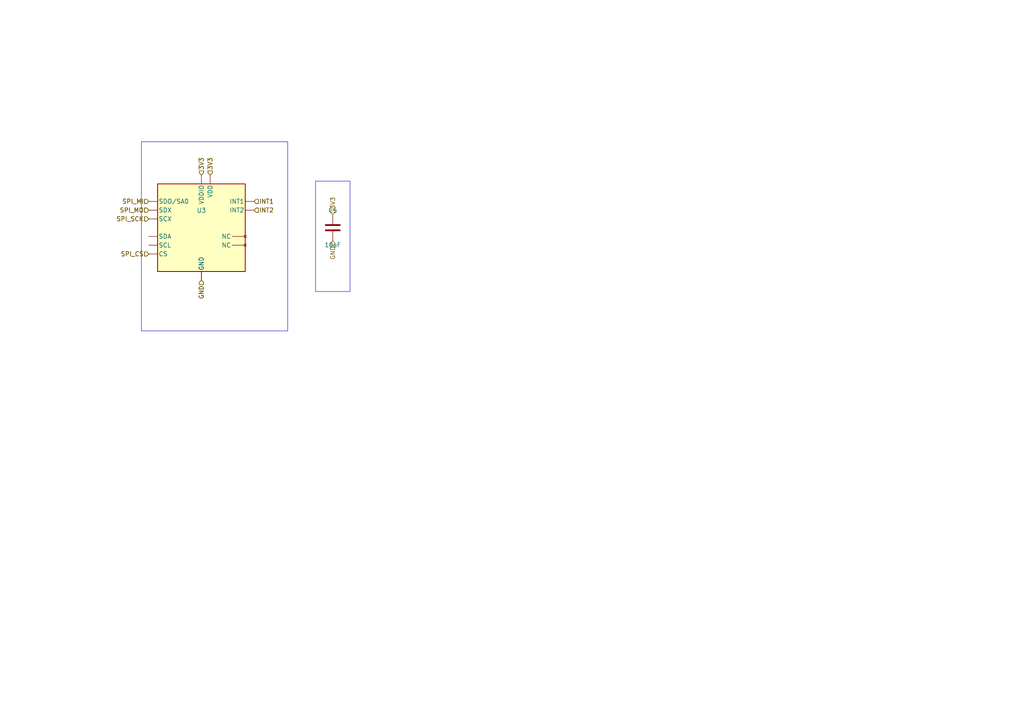
<source format=kicad_sch>
(kicad_sch (version 20250114) (generator "kicad_api") (generator_version 9.0)
  (paper A4)
  (paper A4)
  (lib_symbols
    (symbol "Device:C" (pin_numbers hide) (pin_names (offset 0.254))
      (property "Reference" "C" (at 0.0 0.0 0))
      (property "Value" "C" (at 0.0 0.0 0))
      (symbol "C_0_1"
        (polyline (pts (xy -2.032 0.762) (xy 2.032 0.762)) (stroke (width 0.508)))
        (polyline (pts (xy -2.032 -0.762) (xy 2.032 -0.762)) (stroke (width 0.508)))
      )
      (symbol "C_1_1"
        (pin passive line (at 0.0 3.81 270) (length 2.794) (name ~) (number "1"))
        (pin passive line (at 0.0 -3.81 90) (length 2.794) (name ~) (number "2"))
      )
    )
    (symbol "Sensor_Motion:LSM6DSL" (pin_numbers hide) (pin_names (offset 0.254))
      (property "Reference" "U" (at 0.0 0.0 0))
      (property "Value" "LSM6DSL" (at 0.0 0.0 0))
      (symbol "LSM6DSL_0_1"
        (rectangle (start -12.7 12.7) (end 12.7 -12.7) (stroke (width 0.254)) (fill (type background)))
      )
      (symbol "LSM6DSL_1_1"
        (pin bidirectional line (at -15.24 7.62 0) (length 2.54) (name "SDO/SA0") (number "1"))
        (pin bidirectional line (at -15.24 5.08 0) (length 2.54) (name SDX) (number "2"))
        (pin input line (at -15.24 2.54 0) (length 2.54) (name SCX) (number "3"))
        (pin bidirectional line (at -15.24 -2.54 0) (length 2.54) (name SDA) (number "14"))
        (pin input line (at -15.24 -5.08 0) (length 2.54) (name SCL) (number "13"))
        (pin input line (at -15.24 -7.62 0) (length 2.54) (name CS) (number "12"))
        (pin power_in line (at 0.0 15.24 270) (length 2.54) (name VDDIO) (number "5"))
        (pin power_in line (at 0.0 -15.24 90) (length 2.54) (name GND) (number "6"))
        (pin passive line (at 0.0 -15.24 90) (length 2.54) (name GND) (number "7"))
        (pin power_in line (at 2.54 15.24 270) (length 2.54) (name VDD) (number "8"))
        (pin no_connect line (at 12.7 -2.54 180) (length 3.81) (name NC) (number "11"))
        (pin no_connect line (at 12.7 -5.08 180) (length 3.81) (name NC) (number "10"))
        (pin output line (at 15.24 7.62 180) (length 2.54) (name INT1) (number "4"))
        (pin output line (at 15.24 5.08 180) (length 2.54) (name INT2) (number "9"))
      )
    )
  )
  (title_block (title IMU_Circuit) (date 2025-07-25) (company Circuit-Synth))
  (symbol (lib_id Sensor_Motion:LSM6DSL) (at 58.42 66.04 0)
    (property "Reference" "U3" (at 58.42 61.040000000000006 0))
    (property "Footprint" "Package_LGA:LGA-14_3x2.5mm_P0.5mm_LayoutBorder3x4y" (effects (hide yes)))
    (instances (project "circuit" (path "" (reference U3) (unit 1))) (project "example_kicad_project" (path "" (reference U3) (unit 1))))
  )
  (symbol (lib_id Device:C) (at 96.52 66.04 0)
    (property "Reference" "C5" (at 96.52 61.040000000000006 0))
    (property "Value" "10uF" (at 96.52 71.04 0))
    (property "Footprint" "Capacitor_SMD:C_0603_1608Metric" (effects (hide yes)))
    (instances (project "circuit" (path "" (reference C5) (unit 1))) (project "example_kicad_project" (path "" (reference C5) (unit 1))))
  )
  (hierarchical_label SPI_MI (shape input) (at 43.18 58.42000000000001 180))
  (hierarchical_label SPI_MI (shape input) (at 43.18 58.42000000000001 180))
  (hierarchical_label SPI_MO (shape input) (at 43.18 60.96000000000001 180))
  (hierarchical_label SPI_MO (shape input) (at 43.18 60.96000000000001 180))
  (hierarchical_label SPI_SCK (shape input) (at 43.18 63.50000000000001 180))
  (hierarchical_label SPI_SCK (shape input) (at 43.18 63.50000000000001 180))
  (hierarchical_label SPI_CS (shape input) (at 43.18 73.66000000000001 180))
  (hierarchical_label SPI_CS (shape input) (at 43.18 73.66000000000001 180))
  (hierarchical_label 3V3 (shape input) (at 58.42 50.800000000000004 90))
  (hierarchical_label 3V3 (shape input) (at 60.96 50.800000000000004 90))
  (hierarchical_label 3V3 (shape input) (at 58.42 50.800000000000004 90))
  (hierarchical_label 3V3 (shape input) (at 60.96 50.800000000000004 90))
  (hierarchical_label 3V3 (shape input) (at 96.52 62.230000000000004 90))
  (hierarchical_label GND (shape input) (at 58.42 81.28 270))
  (hierarchical_label GND (shape input) (at 58.42 81.28 270))
  (hierarchical_label GND (shape input) (at 96.52 69.85000000000001 270))
  (hierarchical_label INT1 (shape input) (at 73.66 58.42000000000001 0))
  (hierarchical_label INT1 (shape input) (at 73.66 58.42000000000001 0))
  (hierarchical_label INT2 (shape input) (at 73.66 60.96000000000001 0))
  (hierarchical_label INT2 (shape input) (at 73.66 60.96000000000001 0))
  (rectangle (start 41.021 41.101000000000006) (end 83.43900000000001 95.97900000000001) (stroke (width 0.127)))
  (rectangle (start 91.52 52.531000000000006) (end 101.52 84.549) (stroke (width 0.127)))
)
</source>
